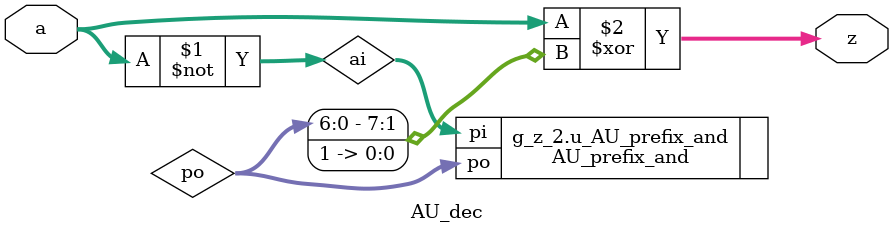
<source format=v>


module AU_dec #(
    parameter integer WIDTH = 8,  // word length of input (>= 1)
    parameter integer ARCH  = 0   // architecture (0 to 2)
) (
    // Data interface
    input  [WIDTH-1:0] a,  // input data
    output [WIDTH-1:0] z   // decrement
);


    // Structural model
    generate
        wire [WIDTH-1:0] ai;
        wire [WIDTH-1:0] po;

        if (WIDTH == 1) begin : g_z_1
            // Calculate result bit
            assign z = ~a;
        end else begin : g_z_2
            // Invert a for decrement
            assign ai = ~a;

            // Calculate prefix output propagate signal
            AU_prefix_and #(
                .WIDTH(WIDTH),
                .ARCH (ARCH)
            ) u_AU_prefix_and (
                .pi(ai),
                .po(po)
            );

            // Calculate result bits
            assign z = a ^ {po[WIDTH - 2 : 0], 1'b1};
        end
    endgenerate


endmodule

</source>
